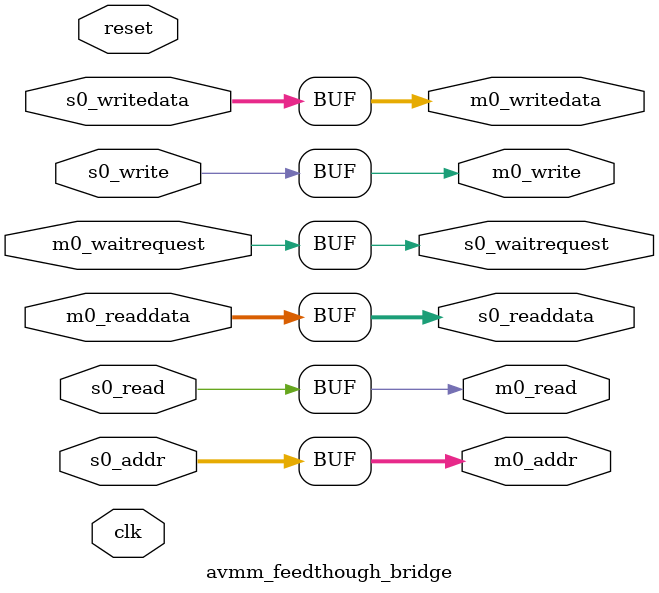
<source format=v>

module avmm_feedthough_bridge #(
   parameter ADDRESS_WIDTH = 32,
   parameter DATA_WIDTH = 32
)(
    input               clk,                // clock
    input               reset,              // reset
                        
    input  [ADDRESS_WIDTH-1:0]   s0_addr,          // avalon_slave
    input                        s0_read,          // avalon_slave
    input                        s0_write,         // avalon_slave
    input  [DATA_WIDTH-1:0]      s0_writedata,     // avalon_slave
    output [DATA_WIDTH-1:0]      s0_readdata,      // avalon_slave
//    output                       s0_readdatavalid, // avalon_slave
    output                       s0_waitrequest,   // avalon_slave

    output [ADDRESS_WIDTH-1:0]   m0_addr,          // avalon_master
    output                       m0_read,          // avalon_master
    output                       m0_write,         // avalon_master
    output [DATA_WIDTH-1:0]      m0_writedata,     // avalon_master
    input  [DATA_WIDTH-1:0]      m0_readdata,      // avalon_master
//    input                        m0_readdatavalid, // avalon_master
    input                        m0_waitrequest    // avalon_master
);

assign m0_addr          = s0_addr;
assign m0_read          = s0_read;
assign m0_write         = s0_write;
assign m0_writedata     = s0_writedata;
assign s0_readdata      = m0_readdata;     
//assign s0_readdatavalid = m0_readdatavalid;
assign s0_waitrequest   = m0_waitrequest;

endmodule
</source>
